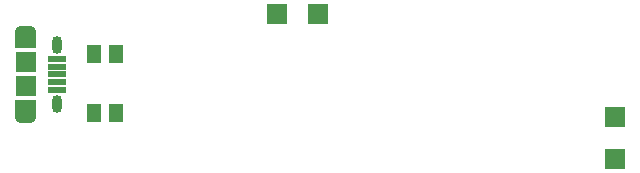
<source format=gts>
G04*
G04 #@! TF.GenerationSoftware,Altium Limited,Altium Designer,21.4.1 (30)*
G04*
G04 Layer_Color=8388736*
%FSLAX25Y25*%
%MOIN*%
G70*
G04*
G04 #@! TF.SameCoordinates,33F1FE42-B6F4-420A-9065-0E2226A42BD6*
G04*
G04*
G04 #@! TF.FilePolarity,Negative*
G04*
G01*
G75*
%ADD15R,0.06902X0.06706*%
%ADD16R,0.06115X0.02375*%
%ADD17R,0.04800X0.06300*%
%ADD18R,0.06706X0.06706*%
%ADD19R,0.06706X0.06706*%
%ADD20O,0.06902X0.03851*%
%ADD21O,0.03359X0.05918*%
G36*
X8055Y36602D02*
Y42114D01*
X14945D01*
Y36602D01*
X14942Y36499D01*
X14934Y36396D01*
X14921Y36294D01*
X14902Y36193D01*
X14878Y36092D01*
X14849Y35994D01*
X14814Y35897D01*
X14775Y35801D01*
X14730Y35708D01*
X14681Y35618D01*
X14627Y35530D01*
X14569Y35445D01*
X14506Y35363D01*
X14439Y35285D01*
X14368Y35210D01*
X14294Y35139D01*
X14215Y35072D01*
X14133Y35009D01*
X14049Y34951D01*
X13961Y34897D01*
X13870Y34848D01*
X13777Y34804D01*
X13682Y34764D01*
X13585Y34730D01*
X13486Y34701D01*
X13386Y34676D01*
X13284Y34658D01*
X13182Y34644D01*
X13079Y34636D01*
X12976Y34633D01*
X10024D01*
X9921Y34636D01*
X9818Y34644D01*
X9716Y34658D01*
X9614Y34676D01*
X9514Y34701D01*
X9415Y34730D01*
X9318Y34764D01*
X9223Y34804D01*
X9130Y34848D01*
X9039Y34897D01*
X8952Y34951D01*
X8867Y35009D01*
X8785Y35072D01*
X8706Y35139D01*
X8632Y35210D01*
X8561Y35285D01*
X8494Y35363D01*
X8431Y35445D01*
X8373Y35530D01*
X8319Y35618D01*
X8270Y35708D01*
X8225Y35801D01*
X8186Y35897D01*
X8151Y35994D01*
X8122Y36092D01*
X8098Y36193D01*
X8079Y36294D01*
X8066Y36396D01*
X8058Y36499D01*
X8055Y36602D01*
D01*
D02*
G37*
G36*
X14945Y64948D02*
Y59437D01*
X8055D01*
Y64948D01*
X8058Y65051D01*
X8066Y65154D01*
X8079Y65256D01*
X8098Y65358D01*
X8122Y65458D01*
X8151Y65557D01*
X8186Y65654D01*
X8225Y65749D01*
X8270Y65842D01*
X8319Y65933D01*
X8373Y66021D01*
X8431Y66105D01*
X8494Y66187D01*
X8561Y66265D01*
X8632Y66340D01*
X8706Y66411D01*
X8785Y66478D01*
X8867Y66541D01*
X8952Y66599D01*
X9039Y66653D01*
X9130Y66702D01*
X9223Y66747D01*
X9318Y66786D01*
X9415Y66821D01*
X9514Y66850D01*
X9614Y66874D01*
X9716Y66893D01*
X9818Y66906D01*
X9921Y66914D01*
X10024Y66917D01*
X12976D01*
X13079Y66914D01*
X13182Y66906D01*
X13284Y66893D01*
X13386Y66874D01*
X13486Y66850D01*
X13585Y66821D01*
X13682Y66786D01*
X13777Y66747D01*
X13870Y66702D01*
X13961Y66653D01*
X14049Y66599D01*
X14133Y66541D01*
X14215Y66478D01*
X14294Y66411D01*
X14368Y66340D01*
X14439Y66265D01*
X14506Y66187D01*
X14569Y66105D01*
X14627Y66021D01*
X14681Y65933D01*
X14730Y65842D01*
X14775Y65749D01*
X14814Y65654D01*
X14849Y65557D01*
X14878Y65458D01*
X14902Y65358D01*
X14921Y65256D01*
X14934Y65154D01*
X14942Y65051D01*
X14945Y64948D01*
D01*
D02*
G37*
D15*
X11500Y46838D02*
D03*
Y54712D02*
D03*
D16*
X22130Y45657D02*
D03*
Y48216D02*
D03*
Y50775D02*
D03*
Y53334D02*
D03*
Y55893D02*
D03*
D17*
X41700Y38000D02*
D03*
X34300D02*
D03*
X41700Y57500D02*
D03*
X34300D02*
D03*
D18*
X208000Y36390D02*
D03*
Y22610D02*
D03*
D19*
X95220Y71000D02*
D03*
X109000D02*
D03*
D20*
X11500Y36996D02*
D03*
Y64555D02*
D03*
D21*
X22130Y40933D02*
D03*
Y60618D02*
D03*
M02*

</source>
